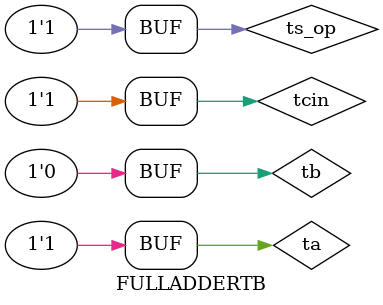
<source format=sv>
module FULLADDERTB();
  wire ts,tcout;
	reg ta,tb,tcin,ts_op;
  parameter delay = 15; //delay between input changes
  initial
begin
  	$dumpfile("simulation.vcd");
    $dumpvars(1);
  
  
    ta = 1'b1;	//01 - cin =1
    tb = 1'b1;
  	tcin = 1'b0;
  	ts_op = 1'b0;
    #delay;
  
    ta = 1'b1;	//10 - cin =1
    tb = 1'b0;
	tcin = 1'b0;
  	ts_op = 1'b0;

    #delay;

  	ta = 1'b1;	//00 - cin =1
    tb = 1'b1;
  	tcin = 1'b0;
  	ts_op = 1'b0;

    #delay;
  
  	ta = 1'b1;	//10 - cin =0
    tb = 1'b0;
	tcin = 1'b1;
  	ts_op = 1'b1;

    #delay;
end
  
 fas1bit fa1(.a(ta), .b(tb), .s_op(ts_op), .cin(tcin), .cout(tcout), .s(ts) );
  
//always @(*)
 
  
endmodule

</source>
